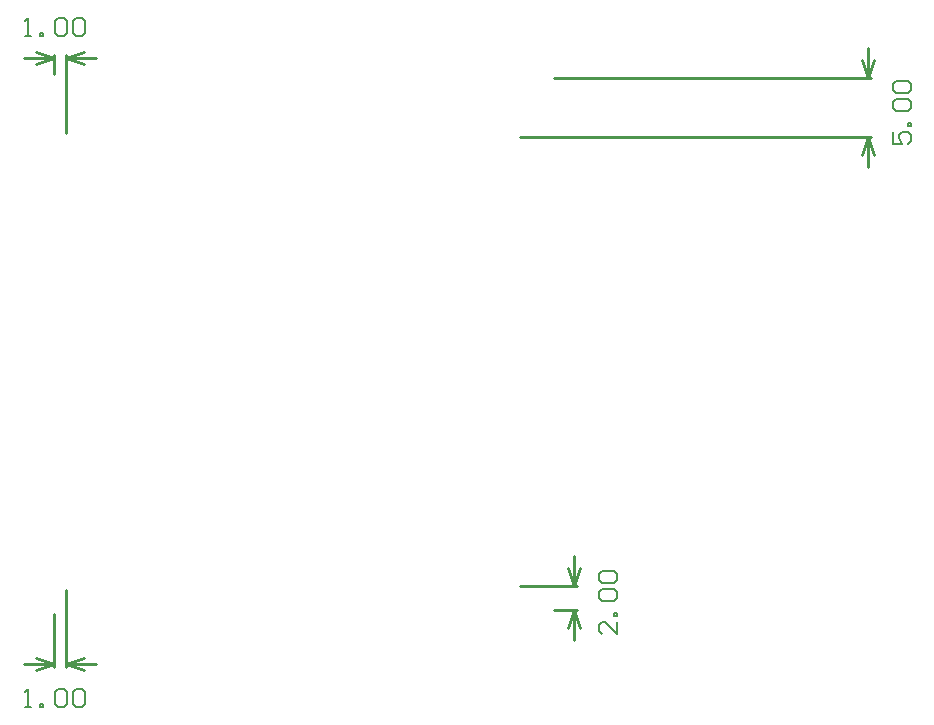
<source format=gm1>
G04*
G04 #@! TF.GenerationSoftware,Altium Limited,Altium Designer,22.0.2 (36)*
G04*
G04 Layer_Color=16711935*
%FSLAX25Y25*%
%MOIN*%
G70*
G04*
G04 #@! TF.SameCoordinates,E5DF6677-F1A3-40F0-8D4B-31E310C81F74*
G04*
G04*
G04 #@! TF.FilePolarity,Positive*
G04*
G01*
G75*
%ADD12C,0.01000*%
%ADD25C,0.00600*%
D12*
X173500Y0D02*
X175500Y-6000D01*
X171500D02*
X173500Y0D01*
X171500Y13890D02*
X173500Y7890D01*
X175500Y13890D01*
X173500Y-10000D02*
Y0D01*
Y7890D02*
Y17890D01*
X155342Y7890D02*
X174500D01*
X166854Y0D02*
X174500D01*
X-6000Y-20000D02*
X0Y-18000D01*
X-6000Y-16000D02*
X0Y-18000D01*
X3949D02*
X9949Y-16000D01*
X3949Y-18000D02*
X9949Y-20000D01*
X-10000Y-18000D02*
X0D01*
X3949D02*
X13949D01*
X3949Y-19000D02*
Y6496D01*
X0Y-19000D02*
Y-1500D01*
X-6000Y182000D02*
X0Y184000D01*
X-6000Y186000D02*
X0Y184000D01*
X3949D02*
X9949Y186000D01*
X3949Y184000D02*
X9949Y182000D01*
X-10000Y184000D02*
X0D01*
X3949D02*
X13949D01*
X3949Y158894D02*
Y185000D01*
X0Y178665D02*
Y185000D01*
X269500Y183165D02*
X271500Y177165D01*
X273500Y183165D01*
X271500Y157500D02*
X273500Y151500D01*
X269500D02*
X271500Y157500D01*
Y177165D02*
Y187165D01*
Y147500D02*
Y157500D01*
X155342D02*
X272500D01*
X166854Y177165D02*
X272500D01*
D25*
X187896Y-4153D02*
Y-8152D01*
X183897Y-4153D01*
X182898D01*
X181898Y-5153D01*
Y-7152D01*
X182898Y-8152D01*
X187896Y-2154D02*
X186896D01*
Y-1154D01*
X187896D01*
Y-2154D01*
X182898Y2845D02*
X181898Y3844D01*
Y5844D01*
X182898Y6843D01*
X186896D01*
X187896Y5844D01*
Y3844D01*
X186896Y2845D01*
X182898D01*
Y8843D02*
X181898Y9842D01*
Y11842D01*
X182898Y12842D01*
X186896D01*
X187896Y11842D01*
Y9842D01*
X186896Y8843D01*
X182898D01*
X-9622Y-32396D02*
X-7623D01*
X-8623D01*
Y-26398D01*
X-9622Y-27398D01*
X-4624Y-32396D02*
Y-31396D01*
X-3624D01*
Y-32396D01*
X-4624D01*
X374Y-27398D02*
X1374Y-26398D01*
X3373D01*
X4373Y-27398D01*
Y-31396D01*
X3373Y-32396D01*
X1374D01*
X374Y-31396D01*
Y-27398D01*
X6373D02*
X7372Y-26398D01*
X9371D01*
X10371Y-27398D01*
Y-31396D01*
X9371Y-32396D01*
X7372D01*
X6373Y-31396D01*
Y-27398D01*
X-9622Y191198D02*
X-7623D01*
X-8623D01*
Y197196D01*
X-9622Y196196D01*
X-4624Y191198D02*
Y192198D01*
X-3624D01*
Y191198D01*
X-4624D01*
X374Y196196D02*
X1374Y197196D01*
X3373D01*
X4373Y196196D01*
Y192198D01*
X3373Y191198D01*
X1374D01*
X374Y192198D01*
Y196196D01*
X6373D02*
X7372Y197196D01*
X9371D01*
X10371Y196196D01*
Y192198D01*
X9371Y191198D01*
X7372D01*
X6373Y192198D01*
Y196196D01*
X279898Y159235D02*
Y155236D01*
X282897D01*
X281897Y157235D01*
Y158235D01*
X282897Y159235D01*
X284896D01*
X285896Y158235D01*
Y156236D01*
X284896Y155236D01*
X285896Y161234D02*
X284896D01*
Y162234D01*
X285896D01*
Y161234D01*
X280898Y166233D02*
X279898Y167232D01*
Y169231D01*
X280898Y170231D01*
X284896D01*
X285896Y169231D01*
Y167232D01*
X284896Y166233D01*
X280898D01*
Y172231D02*
X279898Y173230D01*
Y175230D01*
X280898Y176229D01*
X284896D01*
X285896Y175230D01*
Y173230D01*
X284896Y172231D01*
X280898D01*
M02*

</source>
